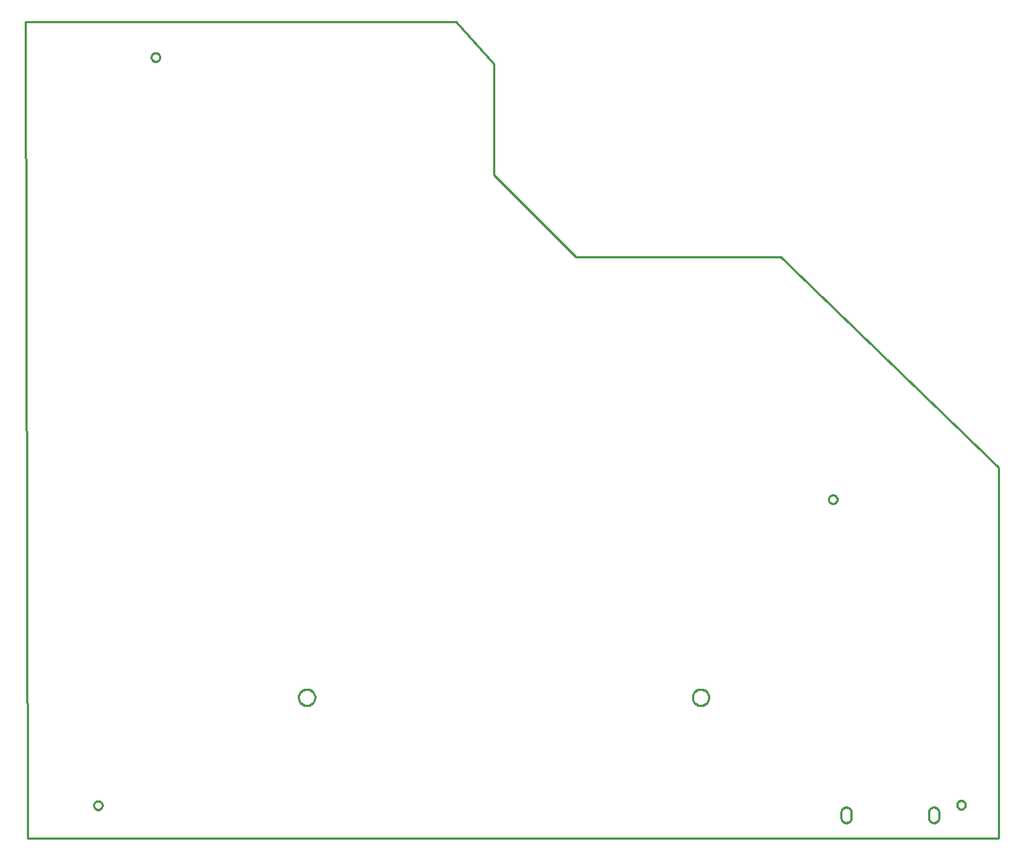
<source format=gbr>
G04 EAGLE Gerber RS-274X export*
G75*
%MOMM*%
%FSLAX34Y34*%
%LPD*%
%IN*%
%IPPOS*%
%AMOC8*
5,1,8,0,0,1.08239X$1,22.5*%
G01*
%ADD10C,0.254000*%


D10*
X-5842Y950722D02*
X-3302Y-2286D01*
X1128776Y-1905D01*
X1128776Y430403D01*
X874268Y676021D01*
X635762Y676021D01*
X540258Y771525D01*
X540258Y900938D01*
X496316Y950849D01*
X-5842Y950722D01*
X1047030Y22022D02*
X1047053Y21499D01*
X1047121Y20980D01*
X1047234Y20469D01*
X1047392Y19970D01*
X1047592Y19486D01*
X1047834Y19022D01*
X1048115Y18581D01*
X1048434Y18165D01*
X1048787Y17779D01*
X1049173Y17426D01*
X1049589Y17107D01*
X1050030Y16826D01*
X1050494Y16584D01*
X1050978Y16384D01*
X1051477Y16226D01*
X1051988Y16113D01*
X1052507Y16045D01*
X1053030Y16022D01*
X1053553Y16045D01*
X1054072Y16113D01*
X1054583Y16226D01*
X1055082Y16384D01*
X1055566Y16584D01*
X1056030Y16826D01*
X1056471Y17107D01*
X1056887Y17426D01*
X1057273Y17779D01*
X1057626Y18165D01*
X1057945Y18581D01*
X1058226Y19022D01*
X1058468Y19486D01*
X1058668Y19970D01*
X1058826Y20469D01*
X1058939Y20980D01*
X1059007Y21499D01*
X1059030Y22022D01*
X1059030Y28022D01*
X1059007Y28545D01*
X1058939Y29064D01*
X1058826Y29575D01*
X1058668Y30074D01*
X1058468Y30558D01*
X1058226Y31022D01*
X1057945Y31463D01*
X1057626Y31879D01*
X1057273Y32265D01*
X1056887Y32618D01*
X1056471Y32937D01*
X1056030Y33218D01*
X1055566Y33460D01*
X1055082Y33660D01*
X1054583Y33818D01*
X1054072Y33931D01*
X1053553Y33999D01*
X1053030Y34022D01*
X1052507Y33999D01*
X1051988Y33931D01*
X1051477Y33818D01*
X1050978Y33660D01*
X1050494Y33460D01*
X1050030Y33218D01*
X1049589Y32937D01*
X1049173Y32618D01*
X1048787Y32265D01*
X1048434Y31879D01*
X1048115Y31463D01*
X1047834Y31022D01*
X1047592Y30558D01*
X1047392Y30074D01*
X1047234Y29575D01*
X1047121Y29064D01*
X1047053Y28545D01*
X1047030Y28022D01*
X1047030Y22022D01*
X945030Y22022D02*
X945053Y21499D01*
X945121Y20980D01*
X945234Y20469D01*
X945392Y19970D01*
X945592Y19486D01*
X945834Y19022D01*
X946115Y18581D01*
X946434Y18165D01*
X946787Y17779D01*
X947173Y17426D01*
X947589Y17107D01*
X948030Y16826D01*
X948494Y16584D01*
X948978Y16384D01*
X949477Y16226D01*
X949988Y16113D01*
X950507Y16045D01*
X951030Y16022D01*
X951553Y16045D01*
X952072Y16113D01*
X952583Y16226D01*
X953082Y16384D01*
X953566Y16584D01*
X954030Y16826D01*
X954471Y17107D01*
X954887Y17426D01*
X955273Y17779D01*
X955626Y18165D01*
X955945Y18581D01*
X956226Y19022D01*
X956468Y19486D01*
X956668Y19970D01*
X956826Y20469D01*
X956939Y20980D01*
X957007Y21499D01*
X957030Y22022D01*
X957030Y28022D01*
X957007Y28545D01*
X956939Y29064D01*
X956826Y29575D01*
X956668Y30074D01*
X956468Y30558D01*
X956226Y31022D01*
X955945Y31463D01*
X955626Y31879D01*
X955273Y32265D01*
X954887Y32618D01*
X954471Y32937D01*
X954030Y33218D01*
X953566Y33460D01*
X953082Y33660D01*
X952583Y33818D01*
X952072Y33931D01*
X951553Y33999D01*
X951030Y34022D01*
X950507Y33999D01*
X949988Y33931D01*
X949477Y33818D01*
X948978Y33660D01*
X948494Y33460D01*
X948030Y33218D01*
X947589Y32937D01*
X947173Y32618D01*
X946787Y32265D01*
X946434Y31879D01*
X946115Y31463D01*
X945834Y31022D01*
X945592Y30558D01*
X945392Y30074D01*
X945234Y29575D01*
X945121Y29064D01*
X945053Y28545D01*
X945030Y28022D01*
X945030Y22022D01*
X150796Y908785D02*
X150733Y908227D01*
X150608Y907680D01*
X150423Y907150D01*
X150179Y906644D01*
X149880Y906168D01*
X149530Y905729D01*
X149133Y905332D01*
X148694Y904982D01*
X148218Y904683D01*
X147712Y904439D01*
X147182Y904254D01*
X146635Y904129D01*
X146077Y904066D01*
X145515Y904066D01*
X144957Y904129D01*
X144410Y904254D01*
X143880Y904439D01*
X143374Y904683D01*
X142898Y904982D01*
X142459Y905332D01*
X142062Y905729D01*
X141712Y906168D01*
X141413Y906644D01*
X141169Y907150D01*
X140984Y907680D01*
X140859Y908227D01*
X140796Y908785D01*
X140796Y909347D01*
X140859Y909905D01*
X140984Y910452D01*
X141169Y910982D01*
X141413Y911488D01*
X141712Y911964D01*
X142062Y912403D01*
X142459Y912800D01*
X142898Y913150D01*
X143374Y913449D01*
X143880Y913693D01*
X144410Y913878D01*
X144957Y914003D01*
X145515Y914066D01*
X146077Y914066D01*
X146635Y914003D01*
X147182Y913878D01*
X147712Y913693D01*
X148218Y913449D01*
X148694Y913150D01*
X149133Y912800D01*
X149530Y912403D01*
X149880Y911964D01*
X150179Y911488D01*
X150423Y910982D01*
X150608Y910452D01*
X150733Y909905D01*
X150796Y909347D01*
X150796Y908785D01*
X940482Y393038D02*
X940419Y392480D01*
X940294Y391933D01*
X940109Y391403D01*
X939865Y390897D01*
X939566Y390421D01*
X939216Y389982D01*
X938819Y389585D01*
X938380Y389235D01*
X937904Y388936D01*
X937398Y388692D01*
X936868Y388507D01*
X936321Y388382D01*
X935763Y388319D01*
X935201Y388319D01*
X934643Y388382D01*
X934096Y388507D01*
X933566Y388692D01*
X933060Y388936D01*
X932584Y389235D01*
X932145Y389585D01*
X931748Y389982D01*
X931398Y390421D01*
X931099Y390897D01*
X930855Y391403D01*
X930670Y391933D01*
X930545Y392480D01*
X930482Y393038D01*
X930482Y393600D01*
X930545Y394158D01*
X930670Y394705D01*
X930855Y395235D01*
X931099Y395741D01*
X931398Y396217D01*
X931748Y396656D01*
X932145Y397053D01*
X932584Y397403D01*
X933060Y397702D01*
X933566Y397946D01*
X934096Y398131D01*
X934643Y398256D01*
X935201Y398319D01*
X935763Y398319D01*
X936321Y398256D01*
X936868Y398131D01*
X937398Y397946D01*
X937904Y397702D01*
X938380Y397403D01*
X938819Y397053D01*
X939216Y396656D01*
X939566Y396217D01*
X939865Y395741D01*
X940109Y395235D01*
X940294Y394705D01*
X940419Y394158D01*
X940482Y393600D01*
X940482Y393038D01*
X83740Y36041D02*
X83677Y35483D01*
X83552Y34936D01*
X83367Y34406D01*
X83123Y33900D01*
X82824Y33424D01*
X82474Y32985D01*
X82077Y32588D01*
X81638Y32238D01*
X81162Y31939D01*
X80656Y31695D01*
X80126Y31510D01*
X79579Y31385D01*
X79021Y31322D01*
X78459Y31322D01*
X77901Y31385D01*
X77354Y31510D01*
X76824Y31695D01*
X76318Y31939D01*
X75842Y32238D01*
X75403Y32588D01*
X75006Y32985D01*
X74656Y33424D01*
X74357Y33900D01*
X74113Y34406D01*
X73928Y34936D01*
X73803Y35483D01*
X73740Y36041D01*
X73740Y36603D01*
X73803Y37161D01*
X73928Y37708D01*
X74113Y38238D01*
X74357Y38744D01*
X74656Y39220D01*
X75006Y39659D01*
X75403Y40056D01*
X75842Y40406D01*
X76318Y40705D01*
X76824Y40949D01*
X77354Y41134D01*
X77901Y41259D01*
X78459Y41322D01*
X79021Y41322D01*
X79579Y41259D01*
X80126Y41134D01*
X80656Y40949D01*
X81162Y40705D01*
X81638Y40406D01*
X82077Y40056D01*
X82474Y39659D01*
X82824Y39220D01*
X83123Y38744D01*
X83367Y38238D01*
X83552Y37708D01*
X83677Y37161D01*
X83740Y36603D01*
X83740Y36041D01*
X1089961Y36549D02*
X1089898Y35991D01*
X1089773Y35444D01*
X1089588Y34914D01*
X1089344Y34408D01*
X1089045Y33932D01*
X1088695Y33493D01*
X1088298Y33096D01*
X1087859Y32746D01*
X1087383Y32447D01*
X1086877Y32203D01*
X1086347Y32018D01*
X1085800Y31893D01*
X1085242Y31830D01*
X1084680Y31830D01*
X1084122Y31893D01*
X1083575Y32018D01*
X1083045Y32203D01*
X1082539Y32447D01*
X1082063Y32746D01*
X1081624Y33096D01*
X1081227Y33493D01*
X1080877Y33932D01*
X1080578Y34408D01*
X1080334Y34914D01*
X1080149Y35444D01*
X1080024Y35991D01*
X1079961Y36549D01*
X1079961Y37111D01*
X1080024Y37669D01*
X1080149Y38216D01*
X1080334Y38746D01*
X1080578Y39252D01*
X1080877Y39728D01*
X1081227Y40167D01*
X1081624Y40564D01*
X1082063Y40914D01*
X1082539Y41213D01*
X1083045Y41457D01*
X1083575Y41642D01*
X1084122Y41767D01*
X1084680Y41830D01*
X1085242Y41830D01*
X1085800Y41767D01*
X1086347Y41642D01*
X1086877Y41457D01*
X1087383Y41213D01*
X1087859Y40914D01*
X1088298Y40564D01*
X1088695Y40167D01*
X1089045Y39728D01*
X1089344Y39252D01*
X1089588Y38746D01*
X1089773Y38216D01*
X1089898Y37669D01*
X1089961Y37111D01*
X1089961Y36549D01*
X790790Y161849D02*
X790718Y161023D01*
X790574Y160206D01*
X790359Y159405D01*
X790075Y158625D01*
X789725Y157873D01*
X789310Y157155D01*
X788834Y156475D01*
X788301Y155840D01*
X787714Y155253D01*
X787079Y154720D01*
X786399Y154244D01*
X785681Y153829D01*
X784929Y153479D01*
X784149Y153195D01*
X783348Y152980D01*
X782531Y152836D01*
X781705Y152764D01*
X780875Y152764D01*
X780049Y152836D01*
X779232Y152980D01*
X778431Y153195D01*
X777651Y153479D01*
X776899Y153829D01*
X776181Y154244D01*
X775501Y154720D01*
X774866Y155253D01*
X774279Y155840D01*
X773746Y156475D01*
X773270Y157155D01*
X772855Y157873D01*
X772505Y158625D01*
X772221Y159405D01*
X772006Y160206D01*
X771862Y161023D01*
X771790Y161849D01*
X771790Y162679D01*
X771862Y163505D01*
X772006Y164322D01*
X772221Y165123D01*
X772505Y165903D01*
X772855Y166655D01*
X773270Y167373D01*
X773746Y168053D01*
X774279Y168688D01*
X774866Y169275D01*
X775501Y169808D01*
X776181Y170284D01*
X776899Y170699D01*
X777651Y171049D01*
X778431Y171333D01*
X779232Y171548D01*
X780049Y171692D01*
X780875Y171764D01*
X781705Y171764D01*
X782531Y171692D01*
X783348Y171548D01*
X784149Y171333D01*
X784929Y171049D01*
X785681Y170699D01*
X786399Y170284D01*
X787079Y169808D01*
X787714Y169275D01*
X788301Y168688D01*
X788834Y168053D01*
X789310Y167373D01*
X789725Y166655D01*
X790075Y165903D01*
X790359Y165123D01*
X790574Y164322D01*
X790718Y163505D01*
X790790Y162679D01*
X790790Y161849D01*
X331560Y161849D02*
X331488Y161023D01*
X331344Y160206D01*
X331129Y159405D01*
X330845Y158625D01*
X330495Y157873D01*
X330080Y157155D01*
X329604Y156475D01*
X329071Y155840D01*
X328484Y155253D01*
X327849Y154720D01*
X327169Y154244D01*
X326451Y153829D01*
X325699Y153479D01*
X324919Y153195D01*
X324118Y152980D01*
X323301Y152836D01*
X322475Y152764D01*
X321645Y152764D01*
X320819Y152836D01*
X320002Y152980D01*
X319201Y153195D01*
X318421Y153479D01*
X317669Y153829D01*
X316951Y154244D01*
X316271Y154720D01*
X315636Y155253D01*
X315049Y155840D01*
X314516Y156475D01*
X314040Y157155D01*
X313625Y157873D01*
X313275Y158625D01*
X312991Y159405D01*
X312776Y160206D01*
X312632Y161023D01*
X312560Y161849D01*
X312560Y162679D01*
X312632Y163505D01*
X312776Y164322D01*
X312991Y165123D01*
X313275Y165903D01*
X313625Y166655D01*
X314040Y167373D01*
X314516Y168053D01*
X315049Y168688D01*
X315636Y169275D01*
X316271Y169808D01*
X316951Y170284D01*
X317669Y170699D01*
X318421Y171049D01*
X319201Y171333D01*
X320002Y171548D01*
X320819Y171692D01*
X321645Y171764D01*
X322475Y171764D01*
X323301Y171692D01*
X324118Y171548D01*
X324919Y171333D01*
X325699Y171049D01*
X326451Y170699D01*
X327169Y170284D01*
X327849Y169808D01*
X328484Y169275D01*
X329071Y168688D01*
X329604Y168053D01*
X330080Y167373D01*
X330495Y166655D01*
X330845Y165903D01*
X331129Y165123D01*
X331344Y164322D01*
X331488Y163505D01*
X331560Y162679D01*
X331560Y161849D01*
M02*

</source>
